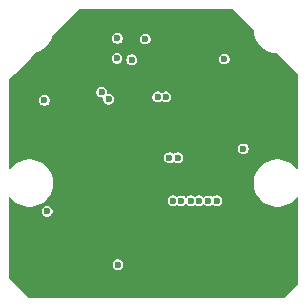
<source format=gbr>
%TF.GenerationSoftware,KiCad,Pcbnew,9.0.0*%
%TF.CreationDate,2025-05-23T22:04:32+09:00*%
%TF.ProjectId,imx219_mipi24,696d7832-3139-45f6-9d69-706932342e6b,rev?*%
%TF.SameCoordinates,Original*%
%TF.FileFunction,Copper,L2,Inr*%
%TF.FilePolarity,Positive*%
%FSLAX46Y46*%
G04 Gerber Fmt 4.6, Leading zero omitted, Abs format (unit mm)*
G04 Created by KiCad (PCBNEW 9.0.0) date 2025-05-23 22:04:32*
%MOMM*%
%LPD*%
G01*
G04 APERTURE LIST*
%TA.AperFunction,ViaPad*%
%ADD10C,0.600000*%
%TD*%
%TA.AperFunction,Conductor*%
%ADD11C,0.254000*%
%TD*%
%TA.AperFunction,Conductor*%
%ADD12C,0.152400*%
%TD*%
G04 APERTURE END LIST*
D10*
%TO.N,+2V8*%
X149300000Y-90300000D03*
X156000000Y-92000000D03*
%TO.N,GND*%
X152800000Y-108000000D03*
X154200000Y-108000000D03*
X148600000Y-108600000D03*
X140400000Y-100100000D03*
X153500000Y-100600000D03*
X161100000Y-94600000D03*
X155800000Y-108000000D03*
X156200000Y-102900000D03*
X139900000Y-109400000D03*
X143400000Y-107000000D03*
X145400000Y-101700000D03*
X153200000Y-96300000D03*
X139300000Y-94100000D03*
X149800000Y-108600000D03*
X160100000Y-109500000D03*
X151400000Y-108600000D03*
X141500000Y-92300000D03*
X157100000Y-92800000D03*
X148200000Y-90200000D03*
X158200000Y-97000000D03*
X150900000Y-111300000D03*
X147600000Y-93000000D03*
X147800000Y-104100000D03*
X151200000Y-93000000D03*
X145200000Y-111400000D03*
X144600000Y-108400000D03*
X156500000Y-89300000D03*
X145200000Y-89200000D03*
X144000000Y-97437500D03*
X155600000Y-96200000D03*
%TO.N,+1V8*%
X146950000Y-90250000D03*
%TO.N,+1V2*%
X146900000Y-91950000D03*
%TO.N,/CAM_CN*%
X152350800Y-104000000D03*
%TO.N,/CAM_CP*%
X151649200Y-104000000D03*
%TO.N,/CAM_DP0*%
X153149200Y-104000000D03*
%TO.N,/CAM_DN0*%
X153850800Y-104000000D03*
%TO.N,/CAM_DN1*%
X155350800Y-104000000D03*
%TO.N,/CAM_DP1*%
X154649200Y-104000000D03*
%TO.N,/CAM_DN2*%
X151050800Y-95200000D03*
%TO.N,/CAM_DP2*%
X150349200Y-95200000D03*
%TO.N,/CAM_DP3*%
X151349200Y-100358700D03*
%TO.N,/CAM_DN3*%
X152050800Y-100358700D03*
%TO.N,/CAM_CLK*%
X148150000Y-92050000D03*
%TO.N,/CAM_RST*%
X141000000Y-104900000D03*
X140750000Y-95500000D03*
X157600000Y-99600000D03*
X147000000Y-109400000D03*
%TO.N,/CAM_SDA*%
X145600000Y-94800000D03*
%TO.N,/CAM_SCL*%
X146200000Y-95400000D03*
%TD*%
D11*
%TO.N,GND*%
X145300000Y-111300000D02*
X145200000Y-111400000D01*
D12*
X155600000Y-96200000D02*
X153500000Y-98300000D01*
D11*
X156200000Y-107600000D02*
X156200000Y-102900000D01*
D12*
X156400000Y-97000000D02*
X155600000Y-96200000D01*
D11*
X155800000Y-108000000D02*
X152500000Y-111300000D01*
X155800000Y-108000000D02*
X157300000Y-109500000D01*
X140900000Y-108400000D02*
X139900000Y-109400000D01*
D12*
X153500000Y-98300000D02*
X153500000Y-100600000D01*
D11*
X147800000Y-104100000D02*
X145400000Y-101700000D01*
X140400000Y-100100000D02*
X139300000Y-99000000D01*
D12*
X155500000Y-96300000D02*
X153200000Y-96300000D01*
D11*
X150900000Y-111300000D02*
X145300000Y-111300000D01*
X157300000Y-109500000D02*
X160100000Y-109500000D01*
X142000000Y-101700000D02*
X140400000Y-100100000D01*
X145400000Y-101700000D02*
X142000000Y-101700000D01*
X139300000Y-94100000D02*
X141100000Y-92300000D01*
X152500000Y-111300000D02*
X150900000Y-111300000D01*
X148600000Y-104900000D02*
X147800000Y-104100000D01*
X148600000Y-108600000D02*
X148600000Y-104900000D01*
X139300000Y-99000000D02*
X139300000Y-94100000D01*
D12*
X161100000Y-94600000D02*
X158700000Y-97000000D01*
X158700000Y-97000000D02*
X158200000Y-97000000D01*
D11*
X155800000Y-108000000D02*
X156200000Y-107600000D01*
X141100000Y-92300000D02*
X141500000Y-92300000D01*
D12*
X158200000Y-97000000D02*
X156400000Y-97000000D01*
X155600000Y-96200000D02*
X155500000Y-96300000D01*
D11*
X144600000Y-108400000D02*
X140900000Y-108400000D01*
%TD*%
%TA.AperFunction,Conductor*%
%TO.N,GND*%
G36*
X156721973Y-87788718D02*
G01*
X156770274Y-87806410D01*
X156775048Y-87810798D01*
X158477529Y-89516757D01*
X158499220Y-89563398D01*
X158499500Y-89569876D01*
X158499500Y-89631120D01*
X158533730Y-89891116D01*
X158596448Y-90125185D01*
X158601603Y-90144421D01*
X158601603Y-90144422D01*
X158701957Y-90386698D01*
X158833077Y-90613805D01*
X158877759Y-90672035D01*
X158992718Y-90821851D01*
X158992723Y-90821856D01*
X158992730Y-90821864D01*
X159178135Y-91007269D01*
X159178143Y-91007276D01*
X159178149Y-91007282D01*
X159386197Y-91166924D01*
X159613303Y-91298043D01*
X159855581Y-91398398D01*
X160108884Y-91466270D01*
X160368880Y-91500500D01*
X160368883Y-91500500D01*
X160426034Y-91500500D01*
X160474372Y-91518093D01*
X160479263Y-91522580D01*
X162228029Y-93274918D01*
X162249720Y-93321560D01*
X162250000Y-93328038D01*
X162250000Y-101272932D01*
X162232407Y-101321270D01*
X162187858Y-101346990D01*
X162137200Y-101338057D01*
X162115140Y-101318711D01*
X162080012Y-101272932D01*
X162007282Y-101178149D01*
X162007276Y-101178143D01*
X162007269Y-101178135D01*
X161821864Y-100992730D01*
X161821856Y-100992723D01*
X161821851Y-100992718D01*
X161746753Y-100935093D01*
X161613805Y-100833077D01*
X161386698Y-100701957D01*
X161144422Y-100601603D01*
X161144420Y-100601602D01*
X161144419Y-100601602D01*
X160891116Y-100533730D01*
X160631120Y-100499500D01*
X160368880Y-100499500D01*
X160108884Y-100533730D01*
X160108880Y-100533731D01*
X160108879Y-100533731D01*
X159948294Y-100576759D01*
X159855581Y-100601602D01*
X159855579Y-100601602D01*
X159855578Y-100601603D01*
X159855577Y-100601603D01*
X159613301Y-100701957D01*
X159386194Y-100833077D01*
X159178151Y-100992716D01*
X159178135Y-100992730D01*
X158992730Y-101178135D01*
X158992716Y-101178151D01*
X158833077Y-101386194D01*
X158701957Y-101613301D01*
X158601603Y-101855577D01*
X158601603Y-101855578D01*
X158601602Y-101855581D01*
X158533730Y-102108884D01*
X158499500Y-102368880D01*
X158499500Y-102631120D01*
X158533730Y-102891116D01*
X158533731Y-102891119D01*
X158533731Y-102891120D01*
X158601603Y-103144421D01*
X158601603Y-103144422D01*
X158701957Y-103386698D01*
X158833077Y-103613805D01*
X158916032Y-103721913D01*
X158992718Y-103821851D01*
X158992723Y-103821856D01*
X158992730Y-103821864D01*
X159178135Y-104007269D01*
X159178143Y-104007276D01*
X159178149Y-104007282D01*
X159386197Y-104166924D01*
X159613303Y-104298043D01*
X159855581Y-104398398D01*
X160108884Y-104466270D01*
X160368880Y-104500500D01*
X160368883Y-104500500D01*
X160631117Y-104500500D01*
X160631120Y-104500500D01*
X160891116Y-104466270D01*
X161144419Y-104398398D01*
X161386697Y-104298043D01*
X161613803Y-104166924D01*
X161821851Y-104007282D01*
X162007282Y-103821851D01*
X162115141Y-103681287D01*
X162158524Y-103653649D01*
X162209524Y-103660364D01*
X162244276Y-103698289D01*
X162250000Y-103727067D01*
X162250000Y-110898934D01*
X162248555Y-110913606D01*
X162239145Y-110960910D01*
X162236599Y-110970411D01*
X162220142Y-111018890D01*
X162202107Y-111047891D01*
X161047891Y-112202107D01*
X161018890Y-112220142D01*
X160970411Y-112236599D01*
X160960910Y-112239145D01*
X160924600Y-112246368D01*
X160913604Y-112248555D01*
X160898935Y-112250000D01*
X139531148Y-112250000D01*
X139482810Y-112232407D01*
X139477974Y-112227974D01*
X137772026Y-110522026D01*
X137750286Y-110475406D01*
X137750000Y-110468852D01*
X137750000Y-109340375D01*
X146547100Y-109340375D01*
X146547100Y-109459625D01*
X146577964Y-109574813D01*
X146577964Y-109574814D01*
X146637589Y-109678087D01*
X146721912Y-109762410D01*
X146781538Y-109796834D01*
X146825187Y-109822036D01*
X146940375Y-109852900D01*
X146940378Y-109852900D01*
X147059622Y-109852900D01*
X147059625Y-109852900D01*
X147174813Y-109822036D01*
X147278087Y-109762410D01*
X147362410Y-109678087D01*
X147422036Y-109574813D01*
X147452900Y-109459625D01*
X147452900Y-109340375D01*
X147422036Y-109225187D01*
X147422035Y-109225185D01*
X147362410Y-109121912D01*
X147278087Y-109037589D01*
X147174813Y-108977964D01*
X147059625Y-108947100D01*
X146940375Y-108947100D01*
X146853984Y-108970248D01*
X146825186Y-108977964D01*
X146825185Y-108977964D01*
X146721912Y-109037589D01*
X146637589Y-109121912D01*
X146577964Y-109225185D01*
X146577964Y-109225186D01*
X146577964Y-109225187D01*
X146547100Y-109340375D01*
X137750000Y-109340375D01*
X137750000Y-104840375D01*
X140547100Y-104840375D01*
X140547100Y-104959625D01*
X140577964Y-105074813D01*
X140577964Y-105074814D01*
X140637589Y-105178087D01*
X140721912Y-105262410D01*
X140781538Y-105296834D01*
X140825187Y-105322036D01*
X140940375Y-105352900D01*
X140940378Y-105352900D01*
X141059622Y-105352900D01*
X141059625Y-105352900D01*
X141174813Y-105322036D01*
X141278087Y-105262410D01*
X141362410Y-105178087D01*
X141422036Y-105074813D01*
X141452900Y-104959625D01*
X141452900Y-104840375D01*
X141422036Y-104725187D01*
X141422035Y-104725185D01*
X141362410Y-104621912D01*
X141278087Y-104537589D01*
X141174813Y-104477964D01*
X141059625Y-104447100D01*
X140940375Y-104447100D01*
X140853984Y-104470248D01*
X140825186Y-104477964D01*
X140825185Y-104477964D01*
X140721912Y-104537589D01*
X140637589Y-104621912D01*
X140577964Y-104725185D01*
X140577964Y-104725186D01*
X140577964Y-104725187D01*
X140547100Y-104840375D01*
X137750000Y-104840375D01*
X137750000Y-103727067D01*
X137767593Y-103678729D01*
X137812142Y-103653009D01*
X137862800Y-103661942D01*
X137884858Y-103681286D01*
X137943939Y-103758282D01*
X137992716Y-103821849D01*
X137992730Y-103821864D01*
X138178135Y-104007269D01*
X138178143Y-104007276D01*
X138178149Y-104007282D01*
X138386197Y-104166924D01*
X138613303Y-104298043D01*
X138855581Y-104398398D01*
X139108884Y-104466270D01*
X139368880Y-104500500D01*
X139368883Y-104500500D01*
X139631117Y-104500500D01*
X139631120Y-104500500D01*
X139891116Y-104466270D01*
X140144419Y-104398398D01*
X140386697Y-104298043D01*
X140613803Y-104166924D01*
X140821851Y-104007282D01*
X140821864Y-104007269D01*
X140888759Y-103940375D01*
X151196300Y-103940375D01*
X151196300Y-104059625D01*
X151225050Y-104166922D01*
X151227164Y-104174813D01*
X151227164Y-104174814D01*
X151286789Y-104278087D01*
X151371112Y-104362410D01*
X151430738Y-104396834D01*
X151474387Y-104422036D01*
X151589575Y-104452900D01*
X151589578Y-104452900D01*
X151708822Y-104452900D01*
X151708825Y-104452900D01*
X151824013Y-104422036D01*
X151927287Y-104362410D01*
X151946825Y-104342871D01*
X151993444Y-104321131D01*
X152043132Y-104334444D01*
X152053169Y-104342866D01*
X152072713Y-104362410D01*
X152175987Y-104422036D01*
X152291175Y-104452900D01*
X152291178Y-104452900D01*
X152410422Y-104452900D01*
X152410425Y-104452900D01*
X152525613Y-104422036D01*
X152628887Y-104362410D01*
X152656853Y-104334444D01*
X152696826Y-104294472D01*
X152743446Y-104272732D01*
X152793133Y-104286046D01*
X152803174Y-104294472D01*
X152871112Y-104362410D01*
X152930738Y-104396834D01*
X152974387Y-104422036D01*
X153089575Y-104452900D01*
X153089578Y-104452900D01*
X153208822Y-104452900D01*
X153208825Y-104452900D01*
X153324013Y-104422036D01*
X153427287Y-104362410D01*
X153446825Y-104342871D01*
X153493444Y-104321131D01*
X153543132Y-104334444D01*
X153553169Y-104342866D01*
X153572713Y-104362410D01*
X153675987Y-104422036D01*
X153791175Y-104452900D01*
X153791178Y-104452900D01*
X153910422Y-104452900D01*
X153910425Y-104452900D01*
X154025613Y-104422036D01*
X154128887Y-104362410D01*
X154156853Y-104334444D01*
X154196826Y-104294472D01*
X154243446Y-104272732D01*
X154293133Y-104286046D01*
X154303174Y-104294472D01*
X154371112Y-104362410D01*
X154430738Y-104396834D01*
X154474387Y-104422036D01*
X154589575Y-104452900D01*
X154589578Y-104452900D01*
X154708822Y-104452900D01*
X154708825Y-104452900D01*
X154824013Y-104422036D01*
X154927287Y-104362410D01*
X154946825Y-104342871D01*
X154993444Y-104321131D01*
X155043132Y-104334444D01*
X155053169Y-104342866D01*
X155072713Y-104362410D01*
X155175987Y-104422036D01*
X155291175Y-104452900D01*
X155291178Y-104452900D01*
X155410422Y-104452900D01*
X155410425Y-104452900D01*
X155525613Y-104422036D01*
X155628887Y-104362410D01*
X155713210Y-104278087D01*
X155772836Y-104174813D01*
X155803700Y-104059625D01*
X155803700Y-103940375D01*
X155772836Y-103825187D01*
X155772835Y-103825185D01*
X155713210Y-103721912D01*
X155628887Y-103637589D01*
X155525613Y-103577964D01*
X155410425Y-103547100D01*
X155291175Y-103547100D01*
X155204784Y-103570248D01*
X155175986Y-103577964D01*
X155175985Y-103577964D01*
X155072712Y-103637589D01*
X155053174Y-103657128D01*
X155006554Y-103678868D01*
X154956867Y-103665554D01*
X154946826Y-103657128D01*
X154927287Y-103637589D01*
X154824013Y-103577964D01*
X154708825Y-103547100D01*
X154589575Y-103547100D01*
X154503184Y-103570248D01*
X154474386Y-103577964D01*
X154474385Y-103577964D01*
X154371112Y-103637589D01*
X154303174Y-103705528D01*
X154256554Y-103727268D01*
X154206867Y-103713954D01*
X154196826Y-103705528D01*
X154128887Y-103637589D01*
X154025613Y-103577964D01*
X153910425Y-103547100D01*
X153791175Y-103547100D01*
X153704784Y-103570248D01*
X153675986Y-103577964D01*
X153675985Y-103577964D01*
X153572712Y-103637589D01*
X153553174Y-103657128D01*
X153506554Y-103678868D01*
X153456867Y-103665554D01*
X153446826Y-103657128D01*
X153427287Y-103637589D01*
X153324013Y-103577964D01*
X153208825Y-103547100D01*
X153089575Y-103547100D01*
X153003184Y-103570248D01*
X152974386Y-103577964D01*
X152974385Y-103577964D01*
X152871112Y-103637589D01*
X152803174Y-103705528D01*
X152756554Y-103727268D01*
X152706867Y-103713954D01*
X152696826Y-103705528D01*
X152628887Y-103637589D01*
X152525613Y-103577964D01*
X152410425Y-103547100D01*
X152291175Y-103547100D01*
X152204784Y-103570248D01*
X152175986Y-103577964D01*
X152175985Y-103577964D01*
X152072712Y-103637589D01*
X152053174Y-103657128D01*
X152006554Y-103678868D01*
X151956867Y-103665554D01*
X151946826Y-103657128D01*
X151927287Y-103637589D01*
X151824013Y-103577964D01*
X151708825Y-103547100D01*
X151589575Y-103547100D01*
X151503184Y-103570248D01*
X151474386Y-103577964D01*
X151474385Y-103577964D01*
X151371112Y-103637589D01*
X151286789Y-103721912D01*
X151227164Y-103825185D01*
X151227164Y-103825186D01*
X151227164Y-103825187D01*
X151196300Y-103940375D01*
X140888759Y-103940375D01*
X140946862Y-103882272D01*
X141007269Y-103821864D01*
X141007282Y-103821851D01*
X141166924Y-103613803D01*
X141298043Y-103386697D01*
X141398398Y-103144419D01*
X141466270Y-102891116D01*
X141500500Y-102631120D01*
X141500500Y-102368880D01*
X141466270Y-102108884D01*
X141398398Y-101855581D01*
X141298043Y-101613303D01*
X141166924Y-101386197D01*
X141131195Y-101339635D01*
X141080012Y-101272932D01*
X141007282Y-101178149D01*
X141007276Y-101178143D01*
X141007269Y-101178135D01*
X140821864Y-100992730D01*
X140821856Y-100992723D01*
X140821851Y-100992718D01*
X140746753Y-100935093D01*
X140613805Y-100833077D01*
X140386698Y-100701957D01*
X140144422Y-100601603D01*
X140144420Y-100601602D01*
X140144419Y-100601602D01*
X139891116Y-100533730D01*
X139631120Y-100499500D01*
X139368880Y-100499500D01*
X139108884Y-100533730D01*
X139108880Y-100533731D01*
X139108879Y-100533731D01*
X138948294Y-100576759D01*
X138855581Y-100601602D01*
X138855579Y-100601602D01*
X138855578Y-100601603D01*
X138855577Y-100601603D01*
X138613301Y-100701957D01*
X138386194Y-100833077D01*
X138178151Y-100992716D01*
X138178135Y-100992730D01*
X137992730Y-101178135D01*
X137992716Y-101178151D01*
X137884860Y-101318711D01*
X137841476Y-101346350D01*
X137790476Y-101339635D01*
X137755724Y-101301709D01*
X137750000Y-101272932D01*
X137750000Y-100299075D01*
X150896300Y-100299075D01*
X150896300Y-100418325D01*
X150927164Y-100533513D01*
X150927164Y-100533514D01*
X150986789Y-100636787D01*
X151071112Y-100721110D01*
X151130738Y-100755534D01*
X151174387Y-100780736D01*
X151289575Y-100811600D01*
X151289578Y-100811600D01*
X151408822Y-100811600D01*
X151408825Y-100811600D01*
X151524013Y-100780736D01*
X151627287Y-100721110D01*
X151646825Y-100701571D01*
X151693444Y-100679831D01*
X151743132Y-100693144D01*
X151753169Y-100701566D01*
X151772713Y-100721110D01*
X151875987Y-100780736D01*
X151991175Y-100811600D01*
X151991178Y-100811600D01*
X152110422Y-100811600D01*
X152110425Y-100811600D01*
X152225613Y-100780736D01*
X152328887Y-100721110D01*
X152413210Y-100636787D01*
X152472836Y-100533513D01*
X152503700Y-100418325D01*
X152503700Y-100299075D01*
X152472836Y-100183887D01*
X152472835Y-100183885D01*
X152413210Y-100080612D01*
X152328887Y-99996289D01*
X152225613Y-99936664D01*
X152110425Y-99905800D01*
X151991175Y-99905800D01*
X151904784Y-99928948D01*
X151875986Y-99936664D01*
X151875985Y-99936664D01*
X151772712Y-99996289D01*
X151753174Y-100015828D01*
X151706554Y-100037568D01*
X151656867Y-100024254D01*
X151646826Y-100015828D01*
X151627287Y-99996289D01*
X151524013Y-99936664D01*
X151408825Y-99905800D01*
X151289575Y-99905800D01*
X151203184Y-99928948D01*
X151174386Y-99936664D01*
X151174385Y-99936664D01*
X151071112Y-99996289D01*
X150986789Y-100080612D01*
X150927164Y-100183885D01*
X150927164Y-100183886D01*
X150927164Y-100183887D01*
X150896300Y-100299075D01*
X137750000Y-100299075D01*
X137750000Y-99540375D01*
X157147100Y-99540375D01*
X157147100Y-99659625D01*
X157177964Y-99774813D01*
X157177964Y-99774814D01*
X157237589Y-99878087D01*
X157321912Y-99962410D01*
X157380592Y-99996289D01*
X157425187Y-100022036D01*
X157540375Y-100052900D01*
X157540378Y-100052900D01*
X157659622Y-100052900D01*
X157659625Y-100052900D01*
X157774813Y-100022036D01*
X157878087Y-99962410D01*
X157962410Y-99878087D01*
X158022036Y-99774813D01*
X158052900Y-99659625D01*
X158052900Y-99540375D01*
X158022036Y-99425187D01*
X158022035Y-99425185D01*
X157962410Y-99321912D01*
X157878087Y-99237589D01*
X157774813Y-99177964D01*
X157659625Y-99147100D01*
X157540375Y-99147100D01*
X157453984Y-99170248D01*
X157425186Y-99177964D01*
X157425185Y-99177964D01*
X157321912Y-99237589D01*
X157237589Y-99321912D01*
X157177964Y-99425185D01*
X157177964Y-99425186D01*
X157177964Y-99425187D01*
X157147100Y-99540375D01*
X137750000Y-99540375D01*
X137750000Y-95440375D01*
X140297100Y-95440375D01*
X140297100Y-95559625D01*
X140313823Y-95622036D01*
X140327964Y-95674813D01*
X140327964Y-95674814D01*
X140387589Y-95778087D01*
X140471912Y-95862410D01*
X140531538Y-95896834D01*
X140575187Y-95922036D01*
X140690375Y-95952900D01*
X140690378Y-95952900D01*
X140809622Y-95952900D01*
X140809625Y-95952900D01*
X140924813Y-95922036D01*
X141028087Y-95862410D01*
X141112410Y-95778087D01*
X141172036Y-95674813D01*
X141202900Y-95559625D01*
X141202900Y-95440375D01*
X141172036Y-95325187D01*
X141136453Y-95263556D01*
X141112410Y-95221912D01*
X141028087Y-95137589D01*
X140924813Y-95077964D01*
X140809625Y-95047100D01*
X140690375Y-95047100D01*
X140603984Y-95070248D01*
X140575186Y-95077964D01*
X140575185Y-95077964D01*
X140471912Y-95137589D01*
X140387589Y-95221912D01*
X140327964Y-95325185D01*
X140327964Y-95325186D01*
X140317676Y-95363583D01*
X140297100Y-95440375D01*
X137750000Y-95440375D01*
X137750000Y-94740375D01*
X145147100Y-94740375D01*
X145147100Y-94859625D01*
X145170665Y-94947571D01*
X145177964Y-94974813D01*
X145177964Y-94974814D01*
X145237589Y-95078087D01*
X145321912Y-95162410D01*
X145381538Y-95196834D01*
X145425187Y-95222036D01*
X145540375Y-95252900D01*
X145540378Y-95252900D01*
X145659622Y-95252900D01*
X145659625Y-95252900D01*
X145659627Y-95252899D01*
X145663188Y-95252430D01*
X145713410Y-95263556D01*
X145744730Y-95304362D01*
X145747571Y-95336801D01*
X145747100Y-95340372D01*
X145747100Y-95340375D01*
X145747100Y-95459625D01*
X145774641Y-95562410D01*
X145777964Y-95574813D01*
X145777964Y-95574814D01*
X145837589Y-95678087D01*
X145921912Y-95762410D01*
X145981538Y-95796834D01*
X146025187Y-95822036D01*
X146140375Y-95852900D01*
X146140378Y-95852900D01*
X146259622Y-95852900D01*
X146259625Y-95852900D01*
X146374813Y-95822036D01*
X146478087Y-95762410D01*
X146562410Y-95678087D01*
X146622036Y-95574813D01*
X146652900Y-95459625D01*
X146652900Y-95340375D01*
X146622036Y-95225187D01*
X146585791Y-95162410D01*
X146573069Y-95140375D01*
X149896300Y-95140375D01*
X149896300Y-95259625D01*
X149927164Y-95374813D01*
X149927164Y-95374814D01*
X149986789Y-95478087D01*
X150071112Y-95562410D01*
X150130738Y-95596834D01*
X150174387Y-95622036D01*
X150289575Y-95652900D01*
X150289578Y-95652900D01*
X150408822Y-95652900D01*
X150408825Y-95652900D01*
X150524013Y-95622036D01*
X150627287Y-95562410D01*
X150646825Y-95542871D01*
X150693444Y-95521131D01*
X150743132Y-95534444D01*
X150753169Y-95542866D01*
X150772713Y-95562410D01*
X150875987Y-95622036D01*
X150991175Y-95652900D01*
X150991178Y-95652900D01*
X151110422Y-95652900D01*
X151110425Y-95652900D01*
X151225613Y-95622036D01*
X151328887Y-95562410D01*
X151413210Y-95478087D01*
X151472836Y-95374813D01*
X151503700Y-95259625D01*
X151503700Y-95140375D01*
X151472836Y-95025187D01*
X151472835Y-95025185D01*
X151413210Y-94921912D01*
X151328887Y-94837589D01*
X151225613Y-94777964D01*
X151110425Y-94747100D01*
X150991175Y-94747100D01*
X150904784Y-94770248D01*
X150875986Y-94777964D01*
X150875985Y-94777964D01*
X150772712Y-94837589D01*
X150753174Y-94857128D01*
X150706554Y-94878868D01*
X150656867Y-94865554D01*
X150646826Y-94857128D01*
X150627287Y-94837589D01*
X150524013Y-94777964D01*
X150408825Y-94747100D01*
X150289575Y-94747100D01*
X150203184Y-94770248D01*
X150174386Y-94777964D01*
X150174385Y-94777964D01*
X150071112Y-94837589D01*
X149986789Y-94921912D01*
X149927164Y-95025185D01*
X149927164Y-95025186D01*
X149916876Y-95063583D01*
X149896300Y-95140375D01*
X146573069Y-95140375D01*
X146562410Y-95121912D01*
X146478087Y-95037589D01*
X146374813Y-94977964D01*
X146363053Y-94974813D01*
X146259625Y-94947100D01*
X146140375Y-94947100D01*
X146140372Y-94947100D01*
X146136801Y-94947571D01*
X146086581Y-94936437D01*
X146055266Y-94895628D01*
X146052430Y-94863188D01*
X146052898Y-94859628D01*
X146052900Y-94859625D01*
X146052900Y-94740375D01*
X146022036Y-94625187D01*
X146022035Y-94625185D01*
X145962410Y-94521912D01*
X145878087Y-94437589D01*
X145774813Y-94377964D01*
X145659625Y-94347100D01*
X145540375Y-94347100D01*
X145453984Y-94370248D01*
X145425186Y-94377964D01*
X145425185Y-94377964D01*
X145321912Y-94437589D01*
X145237589Y-94521912D01*
X145177964Y-94625185D01*
X145177964Y-94625186D01*
X145177964Y-94625187D01*
X145147100Y-94740375D01*
X137750000Y-94740375D01*
X137750000Y-93787060D01*
X137767593Y-93738722D01*
X137772080Y-93733831D01*
X138231930Y-93274918D01*
X139619300Y-91890375D01*
X146447100Y-91890375D01*
X146447100Y-92009625D01*
X146477964Y-92124813D01*
X146477964Y-92124814D01*
X146537589Y-92228087D01*
X146621912Y-92312410D01*
X146681538Y-92346834D01*
X146725187Y-92372036D01*
X146840375Y-92402900D01*
X146840378Y-92402900D01*
X146959622Y-92402900D01*
X146959625Y-92402900D01*
X147074813Y-92372036D01*
X147178087Y-92312410D01*
X147262410Y-92228087D01*
X147322036Y-92124813D01*
X147352900Y-92009625D01*
X147352900Y-91990375D01*
X147697100Y-91990375D01*
X147697100Y-92109625D01*
X147714567Y-92174813D01*
X147727964Y-92224813D01*
X147727964Y-92224814D01*
X147787589Y-92328087D01*
X147871912Y-92412410D01*
X147931538Y-92446834D01*
X147975187Y-92472036D01*
X148090375Y-92502900D01*
X148090378Y-92502900D01*
X148209622Y-92502900D01*
X148209625Y-92502900D01*
X148324813Y-92472036D01*
X148428087Y-92412410D01*
X148512410Y-92328087D01*
X148572036Y-92224813D01*
X148602900Y-92109625D01*
X148602900Y-91990375D01*
X148589503Y-91940375D01*
X155547100Y-91940375D01*
X155547100Y-92059625D01*
X155564567Y-92124813D01*
X155577964Y-92174813D01*
X155577964Y-92174814D01*
X155637589Y-92278087D01*
X155721912Y-92362410D01*
X155781538Y-92396834D01*
X155825187Y-92422036D01*
X155940375Y-92452900D01*
X155940378Y-92452900D01*
X156059622Y-92452900D01*
X156059625Y-92452900D01*
X156174813Y-92422036D01*
X156278087Y-92362410D01*
X156362410Y-92278087D01*
X156422036Y-92174813D01*
X156452900Y-92059625D01*
X156452900Y-91940375D01*
X156422036Y-91825187D01*
X156391278Y-91771913D01*
X156362410Y-91721912D01*
X156278087Y-91637589D01*
X156174813Y-91577964D01*
X156059625Y-91547100D01*
X155940375Y-91547100D01*
X155853984Y-91570248D01*
X155825186Y-91577964D01*
X155825185Y-91577964D01*
X155721912Y-91637589D01*
X155637589Y-91721912D01*
X155577964Y-91825185D01*
X155577964Y-91825186D01*
X155577964Y-91825187D01*
X155547100Y-91940375D01*
X148589503Y-91940375D01*
X148572036Y-91875187D01*
X148543167Y-91825185D01*
X148512410Y-91771912D01*
X148428087Y-91687589D01*
X148324813Y-91627964D01*
X148209625Y-91597100D01*
X148090375Y-91597100D01*
X148003984Y-91620248D01*
X147975186Y-91627964D01*
X147975185Y-91627964D01*
X147871912Y-91687589D01*
X147787589Y-91771912D01*
X147727964Y-91875185D01*
X147727964Y-91875186D01*
X147727964Y-91875187D01*
X147697100Y-91990375D01*
X147352900Y-91990375D01*
X147352900Y-91890375D01*
X147322036Y-91775187D01*
X147291278Y-91721913D01*
X147262410Y-91671912D01*
X147178087Y-91587589D01*
X147074813Y-91527964D01*
X147054719Y-91522580D01*
X146959625Y-91497100D01*
X146840375Y-91497100D01*
X146762027Y-91518093D01*
X146725186Y-91527964D01*
X146725185Y-91527964D01*
X146621912Y-91587589D01*
X146537589Y-91671912D01*
X146477964Y-91775185D01*
X146477964Y-91775186D01*
X146477964Y-91775187D01*
X146447100Y-91890375D01*
X139619300Y-91890375D01*
X140086257Y-91424370D01*
X140119914Y-91404964D01*
X140144408Y-91398401D01*
X140144412Y-91398400D01*
X140144412Y-91398399D01*
X140144419Y-91398398D01*
X140386697Y-91298043D01*
X140613803Y-91166924D01*
X140821851Y-91007282D01*
X141007282Y-90821851D01*
X141166924Y-90613803D01*
X141298043Y-90386697D01*
X141379362Y-90190375D01*
X146497100Y-90190375D01*
X146497100Y-90309625D01*
X146527964Y-90424813D01*
X146527964Y-90424814D01*
X146587589Y-90528087D01*
X146671912Y-90612410D01*
X146731538Y-90646834D01*
X146775187Y-90672036D01*
X146890375Y-90702900D01*
X146890378Y-90702900D01*
X147009622Y-90702900D01*
X147009625Y-90702900D01*
X147124813Y-90672036D01*
X147228087Y-90612410D01*
X147312410Y-90528087D01*
X147372036Y-90424813D01*
X147402900Y-90309625D01*
X147402900Y-90240375D01*
X148847100Y-90240375D01*
X148847100Y-90359625D01*
X148864567Y-90424813D01*
X148877964Y-90474813D01*
X148877964Y-90474814D01*
X148937589Y-90578087D01*
X149021912Y-90662410D01*
X149081538Y-90696834D01*
X149125187Y-90722036D01*
X149240375Y-90752900D01*
X149240378Y-90752900D01*
X149359622Y-90752900D01*
X149359625Y-90752900D01*
X149474813Y-90722036D01*
X149578087Y-90662410D01*
X149662410Y-90578087D01*
X149722036Y-90474813D01*
X149752900Y-90359625D01*
X149752900Y-90240375D01*
X149722036Y-90125187D01*
X149715872Y-90114510D01*
X149662410Y-90021912D01*
X149578087Y-89937589D01*
X149474813Y-89877964D01*
X149359625Y-89847100D01*
X149240375Y-89847100D01*
X149153984Y-89870248D01*
X149125186Y-89877964D01*
X149125185Y-89877964D01*
X149021912Y-89937589D01*
X148937589Y-90021912D01*
X148877964Y-90125185D01*
X148877964Y-90125186D01*
X148877964Y-90125187D01*
X148847100Y-90240375D01*
X147402900Y-90240375D01*
X147402900Y-90190375D01*
X147372036Y-90075187D01*
X147341278Y-90021913D01*
X147312410Y-89971912D01*
X147228087Y-89887589D01*
X147124813Y-89827964D01*
X147009625Y-89797100D01*
X146890375Y-89797100D01*
X146803984Y-89820248D01*
X146775186Y-89827964D01*
X146775185Y-89827964D01*
X146671912Y-89887589D01*
X146587589Y-89971912D01*
X146527964Y-90075185D01*
X146527964Y-90075186D01*
X146527964Y-90075187D01*
X146497100Y-90190375D01*
X141379362Y-90190375D01*
X141398398Y-90144419D01*
X141404492Y-90121674D01*
X141405106Y-90119792D01*
X141409240Y-90114510D01*
X141423480Y-90089873D01*
X143733774Y-87784289D01*
X143780415Y-87762599D01*
X143787031Y-87762319D01*
X156721973Y-87788718D01*
G37*
%TD.AperFunction*%
%TD*%
M02*

</source>
